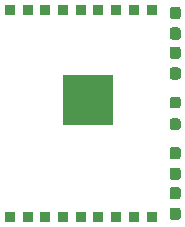
<source format=gbr>
%TF.GenerationSoftware,KiCad,Pcbnew,5.1.9*%
%TF.CreationDate,2021-01-18T01:27:37+01:00*%
%TF.ProjectId,wi-se-rpi,77692d73-652d-4727-9069-2e6b69636164,v0.1*%
%TF.SameCoordinates,Original*%
%TF.FileFunction,Paste,Top*%
%TF.FilePolarity,Positive*%
%FSLAX46Y46*%
G04 Gerber Fmt 4.6, Leading zero omitted, Abs format (unit mm)*
G04 Created by KiCad (PCBNEW 5.1.9) date 2021-01-18 01:27:37*
%MOMM*%
%LPD*%
G01*
G04 APERTURE LIST*
%ADD10R,0.912500X0.850000*%
%ADD11R,4.300000X4.300000*%
G04 APERTURE END LIST*
%TO.C,D1*%
G36*
G01*
X88237500Y1975000D02*
X87762500Y1975000D01*
G75*
G02*
X87525000Y2212500I0J237500D01*
G01*
X87525000Y2787500D01*
G75*
G02*
X87762500Y3025000I237500J0D01*
G01*
X88237500Y3025000D01*
G75*
G02*
X88475000Y2787500I0J-237500D01*
G01*
X88475000Y2212500D01*
G75*
G02*
X88237500Y1975000I-237500J0D01*
G01*
G37*
G36*
G01*
X88237500Y225000D02*
X87762500Y225000D01*
G75*
G02*
X87525000Y462500I0J237500D01*
G01*
X87525000Y1037500D01*
G75*
G02*
X87762500Y1275000I237500J0D01*
G01*
X88237500Y1275000D01*
G75*
G02*
X88475000Y1037500I0J-237500D01*
G01*
X88475000Y462500D01*
G75*
G02*
X88237500Y225000I-237500J0D01*
G01*
G37*
%TD*%
%TO.C,D2*%
G36*
G01*
X88237500Y-3150000D02*
X87762500Y-3150000D01*
G75*
G02*
X87525000Y-2912500I0J237500D01*
G01*
X87525000Y-2337500D01*
G75*
G02*
X87762500Y-2100000I237500J0D01*
G01*
X88237500Y-2100000D01*
G75*
G02*
X88475000Y-2337500I0J-237500D01*
G01*
X88475000Y-2912500D01*
G75*
G02*
X88237500Y-3150000I-237500J0D01*
G01*
G37*
G36*
G01*
X88237500Y-1400000D02*
X87762500Y-1400000D01*
G75*
G02*
X87525000Y-1162500I0J237500D01*
G01*
X87525000Y-587500D01*
G75*
G02*
X87762500Y-350000I237500J0D01*
G01*
X88237500Y-350000D01*
G75*
G02*
X88475000Y-587500I0J-237500D01*
G01*
X88475000Y-1162500D01*
G75*
G02*
X88237500Y-1400000I-237500J0D01*
G01*
G37*
%TD*%
%TO.C,D3*%
G36*
G01*
X88237500Y-13275000D02*
X87762500Y-13275000D01*
G75*
G02*
X87525000Y-13037500I0J237500D01*
G01*
X87525000Y-12462500D01*
G75*
G02*
X87762500Y-12225000I237500J0D01*
G01*
X88237500Y-12225000D01*
G75*
G02*
X88475000Y-12462500I0J-237500D01*
G01*
X88475000Y-13037500D01*
G75*
G02*
X88237500Y-13275000I-237500J0D01*
G01*
G37*
G36*
G01*
X88237500Y-15025000D02*
X87762500Y-15025000D01*
G75*
G02*
X87525000Y-14787500I0J237500D01*
G01*
X87525000Y-14212500D01*
G75*
G02*
X87762500Y-13975000I237500J0D01*
G01*
X88237500Y-13975000D01*
G75*
G02*
X88475000Y-14212500I0J-237500D01*
G01*
X88475000Y-14787500D01*
G75*
G02*
X88237500Y-15025000I-237500J0D01*
G01*
G37*
%TD*%
%TO.C,D4*%
G36*
G01*
X88237500Y-11650000D02*
X87762500Y-11650000D01*
G75*
G02*
X87525000Y-11412500I0J237500D01*
G01*
X87525000Y-10837500D01*
G75*
G02*
X87762500Y-10600000I237500J0D01*
G01*
X88237500Y-10600000D01*
G75*
G02*
X88475000Y-10837500I0J-237500D01*
G01*
X88475000Y-11412500D01*
G75*
G02*
X88237500Y-11650000I-237500J0D01*
G01*
G37*
G36*
G01*
X88237500Y-9900000D02*
X87762500Y-9900000D01*
G75*
G02*
X87525000Y-9662500I0J237500D01*
G01*
X87525000Y-9087500D01*
G75*
G02*
X87762500Y-8850000I237500J0D01*
G01*
X88237500Y-8850000D01*
G75*
G02*
X88475000Y-9087500I0J-237500D01*
G01*
X88475000Y-9662500D01*
G75*
G02*
X88237500Y-9900000I-237500J0D01*
G01*
G37*
%TD*%
%TO.C,R19*%
G36*
G01*
X87762500Y-4600000D02*
X88237500Y-4600000D01*
G75*
G02*
X88475000Y-4837500I0J-237500D01*
G01*
X88475000Y-5337500D01*
G75*
G02*
X88237500Y-5575000I-237500J0D01*
G01*
X87762500Y-5575000D01*
G75*
G02*
X87525000Y-5337500I0J237500D01*
G01*
X87525000Y-4837500D01*
G75*
G02*
X87762500Y-4600000I237500J0D01*
G01*
G37*
G36*
G01*
X87762500Y-6425000D02*
X88237500Y-6425000D01*
G75*
G02*
X88475000Y-6662500I0J-237500D01*
G01*
X88475000Y-7162500D01*
G75*
G02*
X88237500Y-7400000I-237500J0D01*
G01*
X87762500Y-7400000D01*
G75*
G02*
X87525000Y-7162500I0J237500D01*
G01*
X87525000Y-6662500D01*
G75*
G02*
X87762500Y-6425000I237500J0D01*
G01*
G37*
%TD*%
D10*
%TO.C,U2*%
X74000000Y2737500D03*
X75500000Y2737500D03*
X77000000Y2737500D03*
X78500000Y2737500D03*
X80000000Y2737500D03*
X81500000Y2737500D03*
X83000000Y2737500D03*
X84500000Y2737500D03*
X86000000Y2737500D03*
X86000000Y-14737500D03*
X84500000Y-14737500D03*
X83000000Y-14737500D03*
X81500000Y-14737500D03*
X80000000Y-14737500D03*
X78500000Y-14737500D03*
X77000000Y-14737500D03*
X75500000Y-14737500D03*
X74000000Y-14737500D03*
D11*
X80580000Y-4880000D03*
%TD*%
M02*

</source>
